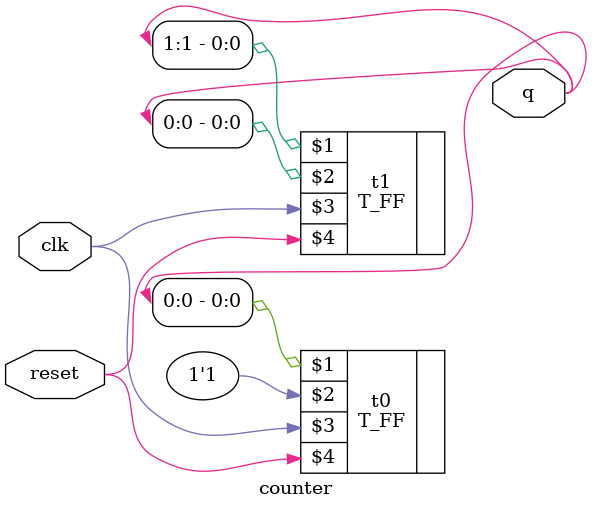
<source format=v>
module counter(q, clk, reset);
	input clk, reset;
	output [1:0]q;
	wire q0,clk_out;

	//freq_div fd0(clk,clk);
	T_FF t0(q[0], 1'b1, clk, reset);
	T_FF t1(q[1], q[0], clk, reset);

endmodule

</source>
